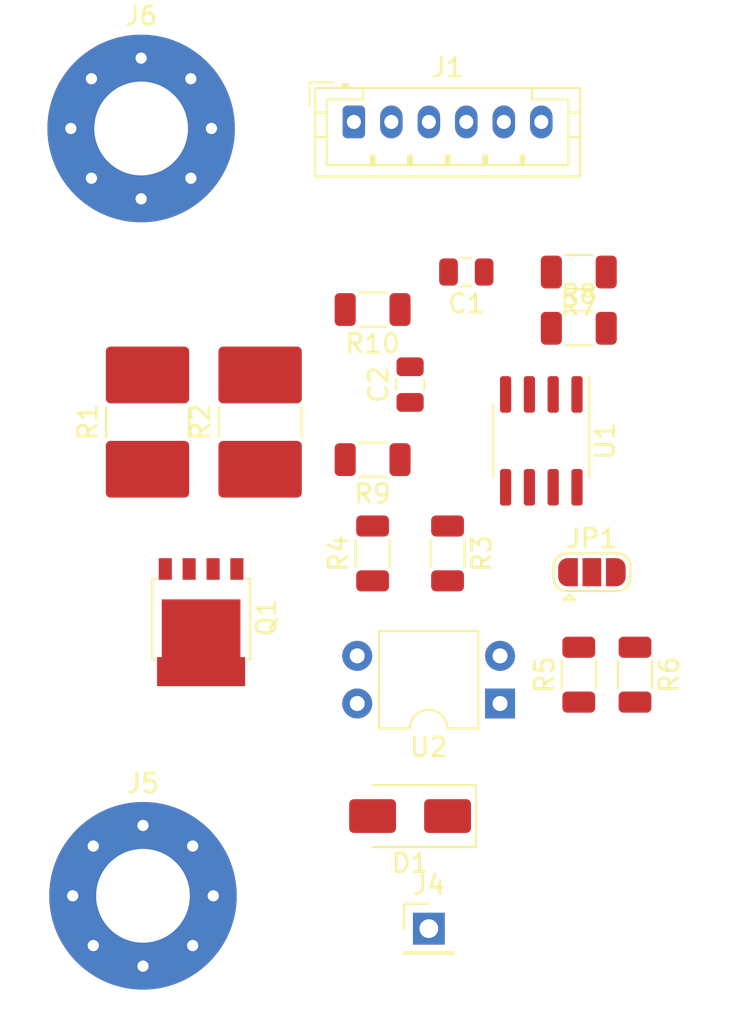
<source format=kicad_pcb>
(kicad_pcb (version 20221018) (generator pcbnew)
  (layers (0 "F.Cu" signal) (31 "B.Cu" signal) (34 "B.Paste" user) (35 "F.Paste" user) (36 "B.SilkS" user "B.Silkscreen") (37 "F.SilkS" user "F.Silkscreen") (38 "B.Mask" user) (39 "F.Mask" user) (44 "Edge.Cuts" user))
  (net 0 "")
  (net 1 "+3V3")
  (net 2 "GND")
  (net 3 "Net-(U1-IN+)")
  (net 4 "Net-(U1-IN-)")
  (net 5 "Net-(Q1-S-Pad1)")
  (net 6 "+BATT")
  (net 7 "/SCL")
  (net 8 "/SDA")
  (net 9 "/CTRL_IN")
  (net 10 "Net-(JP1-A)")
  (net 11 "Net-(JP1-B)")
  (net 12 "Net-(Q1-G)")
  (net 13 "-BATT")
  (net 14 "Net-(R3-Pad2)")
  (net 15 "/LOAD -")
  (footprint "Resistor_SMD:R_1206_3216Metric" (layer "F.Cu") (at 154 74 180)
    (fp_text reference "R7" (at 0 -1.82) (layer "F.SilkS"))
    (fp_text value "10K")
    (fp_line (start -0.727064 -0.91) (end 0.727064 -0.91) (stroke (width 0.12)) (layer "F.SilkS"))
    (fp_line (start -0.727064 0.91) (end 0.727064 0.91) (stroke (width 0.12)) (layer "F.SilkS"))
    (pad "1" smd roundrect (at -1.4625 0 180) (size 1.125 1.75) (layers "F.Cu" "F.Paste" "F.Mask") (roundrect_rratio 0.222222) (net 1 "+3V3"))
    (pad "2" smd roundrect (at 1.4625 0 180) (size 1.125 1.75) (layers "F.Cu" "F.Paste" "F.Mask") (roundrect_rratio 0.222222) (net 8 "/SDA"))
  )
  (footprint "Resistor_SMD:R_2816_7142Metric" (layer "F.Cu") (at 130.99 82 90)
    (fp_text reference "R1" (at 0 -3.18 90) (layer "F.SilkS"))
    (fp_text value "R004")
    (fp_line (start -0.797369 -2.21) (end 0.797369 -2.21) (stroke (width 0.12)) (layer "F.SilkS"))
    (fp_line (start -0.797369 2.21) (end 0.797369 2.21) (stroke (width 0.12)) (layer "F.SilkS"))
    (pad "1" smd roundrect (at -2.5125 0 90) (size 3.025 4.45) (layers "F.Cu" "F.Paste" "F.Mask") (roundrect_rratio 0.082645) (net 5 "Net-(Q1-S-Pad1)"))
    (pad "2" smd roundrect (at 2.5125 0 90) (size 3.025 4.45) (layers "F.Cu" "F.Paste" "F.Mask") (roundrect_rratio 0.082645) (net 13 "-BATT"))
  )
  (footprint "Resistor_SMD:R_2816_7142Metric" (layer "F.Cu") (at 137 82 90)
    (fp_text reference "R2" (at 0 -3.18 90) (layer "F.SilkS"))
    (fp_text value "R004")
    (fp_line (start -0.797369 -2.21) (end 0.797369 -2.21) (stroke (width 0.12)) (layer "F.SilkS"))
    (fp_line (start -0.797369 2.21) (end 0.797369 2.21) (stroke (width 0.12)) (layer "F.SilkS"))
    (pad "1" smd roundrect (at -2.5125 0 90) (size 3.025 4.45) (layers "F.Cu" "F.Paste" "F.Mask") (roundrect_rratio 0.082645) (net 5 "Net-(Q1-S-Pad1)"))
    (pad "2" smd roundrect (at 2.5125 0 90) (size 3.025 4.45) (layers "F.Cu" "F.Paste" "F.Mask") (roundrect_rratio 0.082645) (net 13 "-BATT"))
  )
  (footprint "Package_TO_SOT_SMD:LFPAK56" (layer "F.Cu") (at 133.85 92.5 -90)
    (fp_text reference "Q1" (at -0.08 -3.48 90) (layer "F.SilkS"))
    (fp_text value "PSMN0R9-30YLD")
    (fp_line (start -2.15 -2.6) (end -2.15 -2.4) (stroke (width 0.12)) (layer "F.SilkS"))
    (fp_line (start -2.15 2.4) (end -2.15 2.6) (stroke (width 0.12)) (layer "F.SilkS"))
    (fp_line (start -2.15 2.6) (end 2.15 2.6) (stroke (width 0.12)) (layer "F.SilkS"))
    (fp_line (start 2.15 -2.6) (end -2.15 -2.6) (stroke (width 0.12)) (layer "F.SilkS"))
    (fp_line (start 2.15 -2.45) (end 2.15 -2.6) (stroke (width 0.12)) (layer "F.SilkS"))
    (fp_line (start 2.15 2.6) (end 2.15 2.45) (stroke (width 0.12)) (layer "F.SilkS"))
    (pad "1" smd rect (at -2.67 -1.91 180) (size 0.7 1.15) (layers "F.Cu" "F.Paste" "F.Mask") (net 5 "Net-(Q1-S-Pad1)"))
    (pad "2" smd rect (at -2.67 -0.64 180) (size 0.7 1.15) (layers "F.Cu" "F.Paste" "F.Mask") (net 5 "Net-(Q1-S-Pad1)"))
    (pad "3" smd rect (at -2.67 0.64 180) (size 0.7 1.15) (layers "F.Cu" "F.Paste" "F.Mask") (net 5 "Net-(Q1-S-Pad1)"))
    (pad "4" smd rect (at -2.67 1.91 180) (size 0.7 1.15) (layers "F.Cu" "F.Paste" "F.Mask") (net 12 "Net-(Q1-G)"))
    (pad "5" smd custom (at 0.6 0 270) (size 3.3 4.2) (layers "F.Cu" "F.Mask") (net 15 "/LOAD -") (options (clearance outline) (anchor rect)) (primitives (gr_poly (pts (xy 2.975 2.35) (xy 1.425 2.35) (xy 1.425 -2.35) (xy 2.975 -2.35)) (width 0) (fill yes))))
  )
  (footprint "Resistor_SMD:R_1206_3216Metric" (layer "F.Cu") (at 157 95.4625 -90)
    (fp_text reference "R6" (at 0 -1.82 90) (layer "F.SilkS"))
    (fp_text value "10K")
    (fp_line (start -0.727064 -0.91) (end 0.727064 -0.91) (stroke (width 0.12)) (layer "F.SilkS"))
    (fp_line (start -0.727064 0.91) (end 0.727064 0.91) (stroke (width 0.12)) (layer "F.SilkS"))
    (pad "1" smd roundrect (at -1.4625 0 270) (size 1.125 1.75) (layers "F.Cu" "F.Paste" "F.Mask") (roundrect_rratio 0.222222) (net 11 "Net-(JP1-B)"))
    (pad "2" smd roundrect (at 1.4625 0 270) (size 1.125 1.75) (layers "F.Cu" "F.Paste" "F.Mask") (roundrect_rratio 0.222222) (net 2 "GND"))
  )
  (footprint "Connector_PinHeader_2.54mm:PinHeader_1x01_P2.54mm_Vertical" (layer "F.Cu") (at 146 109)
    (fp_text reference "J4" (at 0 -2.33) (layer "F.SilkS"))
    (fp_text value "Conn_01x01_Socket")
    (fp_line (start -1.33 -1.33) (end 0 -1.33) (stroke (width 0.12)) (layer "F.SilkS"))
    (fp_line (start -1.33 0) (end -1.33 -1.33) (stroke (width 0.12)) (layer "F.SilkS"))
    (fp_line (start -1.33 1.27) (end -1.33 1.33) (stroke (width 0.12)) (layer "F.SilkS"))
    (fp_line (start -1.33 1.27) (end 1.33 1.27) (stroke (width 0.12)) (layer "F.SilkS"))
    (fp_line (start -1.33 1.33) (end 1.33 1.33) (stroke (width 0.12)) (layer "F.SilkS"))
    (fp_line (start 1.33 1.27) (end 1.33 1.33) (stroke (width 0.12)) (layer "F.SilkS"))
    (pad "1" thru_hole rect (at 0 0) (size 1.7 1.7) (drill 1) (layers "*.Cu" "*.Mask") (net 6 "+BATT"))
  )
  (footprint "Resistor_SMD:R_1206_3216Metric" (layer "F.Cu") (at 143 76 180)
    (fp_text reference "R10" (at 0 -1.82) (layer "F.SilkS"))
    (fp_text value "10")
    (fp_line (start -0.727064 -0.91) (end 0.727064 -0.91) (stroke (width 0.12)) (layer "F.SilkS"))
    (fp_line (start -0.727064 0.91) (end 0.727064 0.91) (stroke (width 0.12)) (layer "F.SilkS"))
    (pad "1" smd roundrect (at -1.4625 0 180) (size 1.125 1.75) (layers "F.Cu" "F.Paste" "F.Mask") (roundrect_rratio 0.222222) (net 4 "Net-(U1-IN-)"))
    (pad "2" smd roundrect (at 1.4625 0 180) (size 1.125 1.75) (layers "F.Cu" "F.Paste" "F.Mask") (roundrect_rratio 0.222222) (net 13 "-BATT"))
  )
  (footprint "Capacitor_SMD:C_0805_2012Metric" (layer "F.Cu") (at 148 74 180)
    (fp_text reference "C1" (at 0 -1.68) (layer "F.SilkS"))
    (fp_text value "0.1uF")
    (fp_line (start -0.261252 -0.735) (end 0.261252 -0.735) (stroke (width 0.12)) (layer "F.SilkS"))
    (fp_line (start -0.261252 0.735) (end 0.261252 0.735) (stroke (width 0.12)) (layer "F.SilkS"))
    (pad "1" smd roundrect (at -0.95 0 180) (size 1 1.45) (layers "F.Cu" "F.Paste" "F.Mask") (net 1 "+3V3"))
    (pad "2" smd roundrect (at 0.95 0 180) (size 1 1.45) (layers "F.Cu" "F.Paste" "F.Mask") (net 2 "GND"))
  )
  (footprint "Resistor_SMD:R_1206_3216Metric" (layer "F.Cu") (at 143 89 90)
    (fp_text reference "R4" (at 0 -1.82 90) (layer "F.SilkS"))
    (fp_text value "560K")
    (fp_line (start -0.727064 -0.91) (end 0.727064 -0.91) (stroke (width 0.12)) (layer "F.SilkS"))
    (fp_line (start -0.727064 0.91) (end 0.727064 0.91) (stroke (width 0.12)) (layer "F.SilkS"))
    (pad "1" smd roundrect (at -1.4625 0 90) (size 1.125 1.75) (layers "F.Cu" "F.Paste" "F.Mask") (roundrect_rratio 0.222222) (net 12 "Net-(Q1-G)"))
    (pad "2" smd roundrect (at 1.4625 0 90) (size 1.125 1.75) (layers "F.Cu" "F.Paste" "F.Mask") (roundrect_rratio 0.222222) (net 5 "Net-(Q1-S-Pad1)"))
  )
  (footprint "Package_DIP:DIP-4_W7.62mm" (layer "F.Cu") (at 149.8 97 180)
    (fp_text reference "U2" (at 3.81 -2.33) (layer "F.SilkS"))
    (fp_text value "LTV-817")
    (fp_line (start 1.16 -1.33) (end 1.16 3.87) (stroke (width 0.12)) (layer "F.SilkS"))
    (fp_line (start 1.16 3.87) (end 6.46 3.87) (stroke (width 0.12)) (layer "F.SilkS"))
    (fp_line (start 2.81 -1.33) (end 1.16 -1.33) (stroke (width 0.12)) (layer "F.SilkS"))
    (fp_line (start 6.46 -1.33) (end 4.81 -1.33) (stroke (width 0.12)) (layer "F.SilkS"))
    (fp_line (start 6.46 3.87) (end 6.46 -1.33) (stroke (width 0.12)) (layer "F.SilkS"))
    (fp_arc (start 4.81 -1.33) (mid 3.81 -0.33) (end 2.81 -1.33) (stroke (width 0.12)) (layer "F.SilkS"))
    (pad "1" thru_hole rect (at 0 0 180) (size 1.6 1.6) (drill 0.8) (layers "*.Cu" "*.Mask") (net 9 "/CTRL_IN"))
    (pad "2" thru_hole oval (at 0 2.54 180) (size 1.6 1.6) (drill 0.8) (layers "*.Cu" "*.Mask") (net 14 "Net-(R3-Pad2)"))
    (pad "3" thru_hole oval (at 7.62 2.54 180) (size 1.6 1.6) (drill 0.8) (layers "*.Cu" "*.Mask") (net 12 "Net-(Q1-G)"))
    (pad "4" thru_hole oval (at 7.62 0 180) (size 1.6 1.6) (drill 0.8) (layers "*.Cu" "*.Mask") (net 6 "+BATT"))
  )
  (footprint "Capacitor_SMD:C_0805_2012Metric" (layer "F.Cu") (at 145 80 90)
    (fp_text reference "C2" (at 0 -1.68 90) (layer "F.SilkS"))
    (fp_text value "0.1uF")
    (fp_line (start -0.261252 -0.735) (end 0.261252 -0.735) (stroke (width 0.12)) (layer "F.SilkS"))
    (fp_line (start -0.261252 0.735) (end 0.261252 0.735) (stroke (width 0.12)) (layer "F.SilkS"))
    (pad "1" smd roundrect (at -0.95 0 90) (size 1 1.45) (layers "F.Cu" "F.Paste" "F.Mask") (net 3 "Net-(U1-IN+)"))
    (pad "2" smd roundrect (at 0.95 0 90) (size 1 1.45) (layers "F.Cu" "F.Paste" "F.Mask") (net 4 "Net-(U1-IN-)"))
  )
  (footprint "Connector_JST:JST_PH_B6B-PH-K_1x06_P2.00mm_Vertical" (layer "F.Cu") (at 142 66)
    (fp_text reference "J1" (at 5 -2.9) (layer "F.SilkS"))
    (fp_text value "Conn_01x05")
    (fp_line (start -2.36 -2.11) (end -2.36 -0.86) (stroke (width 0.12)) (layer "F.SilkS"))
    (fp_line (start -2.06 -1.81) (end -2.06 2.91) (stroke (width 0.12)) (layer "F.SilkS"))
    (fp_line (start -2.06 -0.5) (end -1.45 -0.5) (stroke (width 0.12)) (layer "F.SilkS"))
    (fp_line (start -2.06 0.8) (end -1.45 0.8) (stroke (width 0.12)) (layer "F.SilkS"))
    (fp_line (start -2.06 2.91) (end 12.06 2.91) (stroke (width 0.12)) (layer "F.SilkS"))
    (fp_line (start -1.45 -1.2) (end -1.45 2.3) (stroke (width 0.12)) (layer "F.SilkS"))
    (fp_line (start -1.45 2.3) (end 11.45 2.3) (stroke (width 0.12)) (layer "F.SilkS"))
    (fp_line (start -1.11 -2.11) (end -2.36 -2.11) (stroke (width 0.12)) (layer "F.SilkS"))
    (fp_line (start -0.6 -2.01) (end -0.6 -1.81) (stroke (width 0.12)) (layer "F.SilkS"))
    (fp_line (start -0.3 -2.01) (end -0.6 -2.01) (stroke (width 0.12)) (layer "F.SilkS"))
    (fp_line (start -0.3 -1.91) (end -0.6 -1.91) (stroke (width 0.12)) (layer "F.SilkS"))
    (fp_line (start -0.3 -1.81) (end -0.3 -2.01) (stroke (width 0.12)) (layer "F.SilkS"))
    (fp_line (start 0.5 -1.81) (end 0.5 -1.2) (stroke (width 0.12)) (layer "F.SilkS"))
    (fp_line (start 0.5 -1.2) (end -1.45 -1.2) (stroke (width 0.12)) (layer "F.SilkS"))
    (fp_line (start 0.9 1.8) (end 1.1 1.8) (stroke (width 0.12)) (layer "F.SilkS"))
    (fp_line (start 0.9 2.3) (end 0.9 1.8) (stroke (width 0.12)) (layer "F.SilkS"))
    (fp_line (start 1 2.3) (end 1 1.8) (stroke (width 0.12)) (layer "F.SilkS"))
    (fp_line (start 1.1 1.8) (end 1.1 2.3) (stroke (width 0.12)) (layer "F.SilkS"))
    (fp_line (start 2.9 1.8) (end 3.1 1.8) (stroke (width 0.12)) (layer "F.SilkS"))
    (fp_line (start 2.9 2.3) (end 2.9 1.8) (stroke (width 0.12)) (layer "F.SilkS"))
    (fp_line (start 3 2.3) (end 3 1.8) (stroke (width 0.12)) (layer "F.SilkS"))
    (fp_line (start 3.1 1.8) (end 3.1 2.3) (stroke (width 0.12)) (layer "F.SilkS"))
    (fp_line (start 4.9 1.8) (end 5.1 1.8) (stroke (width 0.12)) (layer "F.SilkS"))
    (fp_line (start 4.9 2.3) (end 4.9 1.8) (stroke (width 0.12)) (layer "F.SilkS"))
    (fp_line (start 5 2.3) (end 5 1.8) (stroke (width 0.12)) (layer "F.SilkS"))
    (fp_line (start 5.1 1.8) (end 5.1 2.3) (stroke (width 0.12)) (layer "F.SilkS"))
    (fp_line (start 6.9 1.8) (end 7.1 1.8) (stroke (width 0.12)) (layer "F.SilkS"))
    (fp_line (start 6.9 2.3) (end 6.9 1.8) (stroke (width 0.12)) (layer "F.SilkS"))
    (fp_line (start 7 2.3) (end 7 1.8) (stroke (width 0.12)) (layer "F.SilkS"))
    (fp_line (start 7.1 1.8) (end 7.1 2.3) (stroke (width 0.12)) (layer "F.SilkS"))
    (fp_line (start 8.9 1.8) (end 9.1 1.8) (stroke (width 0.12)) (layer "F.SilkS"))
    (fp_line (start 8.9 2.3) (end 8.9 1.8) (stroke (width 0.12)) (layer "F.SilkS"))
    (fp_line (start 9 2.3) (end 9 1.8) (stroke (width 0.12)) (layer "F.SilkS"))
    (fp_line (start 9.1 1.8) (end 9.1 2.3) (stroke (width 0.12)) (layer "F.SilkS"))
    (fp_line (start 9.5 -1.2) (end 9.5 -1.81) (stroke (width 0.12)) (layer "F.SilkS"))
    (fp_line (start 11.45 -1.2) (end 9.5 -1.2) (stroke (width 0.12)) (layer "F.SilkS"))
    (fp_line (start 11.45 2.3) (end 11.45 -1.2) (stroke (width 0.12)) (layer "F.SilkS"))
    (fp_line (start 12.06 -1.81) (end -2.06 -1.81) (stroke (width 0.12)) (layer "F.SilkS"))
    (fp_line (start 12.06 -0.5) (end 11.45 -0.5) (stroke (width 0.12)) (layer "F.SilkS"))
    (fp_line (start 12.06 0.8) (end 11.45 0.8) (stroke (width 0.12)) (layer "F.SilkS"))
    (fp_line (start 12.06 2.91) (end 12.06 -1.81) (stroke (width 0.12)) (layer "F.SilkS"))
    (pad "1" thru_hole roundrect (at 0 0) (size 1.2 1.75) (drill 0.75) (layers "*.Cu" "*.Mask") (roundrect_rratio 0.208333) (net 2 "GND"))
    (pad "2" thru_hole oval (at 2 0) (size 1.2 1.75) (drill 0.75) (layers "*.Cu" "*.Mask") (net 2 "GND"))
    (pad "3" thru_hole oval (at 4 0) (size 1.2 1.75) (drill 0.75) (layers "*.Cu" "*.Mask") (net 7 "/SCL"))
    (pad "4" thru_hole oval (at 6 0) (size 1.2 1.75) (drill 0.75) (layers "*.Cu" "*.Mask") (net 8 "/SDA"))
    (pad "5" thru_hole oval (at 8 0) (size 1.2 1.75) (drill 0.75) (layers "*.Cu" "*.Mask") (net 9 "/CTRL_IN"))
    (pad "6" thru_hole oval (at 10 0) (size 1.2 1.75) (drill 0.75) (layers "*.Cu" "*.Mask") (net 1 "+3V3"))
  )
  (footprint "Jumper:SolderJumper-3_P1.3mm_Open_RoundedPad1.0x1.5mm" (layer "F.Cu") (at 154.7 90)
    (fp_text reference "JP1" (at 0 -1.8) (layer "F.SilkS"))
    (fp_text value "SolderJumper_2_Open")
    (fp_line (start -2.05 0.3) (end -2.05 -0.3) (stroke (width 0.12)) (layer "F.SilkS"))
    (fp_line (start -1.5 1.5) (end -0.9 1.5) (stroke (width 0.12)) (layer "F.SilkS"))
    (fp_line (start -1.4 -1) (end 1.4 -1) (stroke (width 0.12)) (layer "F.SilkS"))
    (fp_line (start -1.2 1.2) (end -1.5 1.5) (stroke (width 0.12)) (layer "F.SilkS"))
    (fp_line (start -1.2 1.2) (end -0.9 1.5) (stroke (width 0.12)) (layer "F.SilkS"))
    (fp_line (start 1.4 1) (end -1.4 1) (stroke (width 0.12)) (layer "F.SilkS"))
    (fp_line (start 2.05 -0.3) (end 2.05 0.3) (stroke (width 0.12)) (layer "F.SilkS"))
    (fp_arc (start -2.05 -0.3) (mid -1.844975 -0.794975) (end -1.35 -1) (stroke (width 0.12)) (layer "F.SilkS"))
    (fp_arc (start -1.35 1) (mid -1.844975 0.794975) (end -2.05 0.3) (stroke (width 0.12)) (layer "F.SilkS"))
    (fp_arc (start 1.35 -1) (mid 1.844975 -0.794975) (end 2.05 -0.3) (stroke (width 0.12)) (layer "F.SilkS"))
    (fp_arc (start 2.05 0.3) (mid 1.844975 0.794975) (end 1.35 1) (stroke (width 0.12)) (layer "F.SilkS"))
    (pad "1" smd custom (at -1.3 0) (size 1 0.5) (layers "F.Cu" "F.Mask") (net 10 "Net-(JP1-A)") (options (clearance outline) (anchor rect)) (primitives (gr_circle (center 0 0.25) (end 0.5 0.25) (width 0) (fill yes)) (gr_circle (center 0 -0.25) (end 0.5 -0.25) (width 0) (fill yes)) (gr_poly (pts (xy 0.55 0.75) (xy 0 0.75) (xy 0 -0.75) (xy 0.55 -0.75)) (width 0) (fill yes))))
    (pad "2" smd rect (at 0 0) (size 1 1.5) (layers "F.Cu" "F.Mask") (net 1 "+3V3"))
    (pad "3" smd custom (at 1.3 0) (size 1 0.5) (layers "F.Cu" "F.Mask") (net 11 "Net-(JP1-B)") (options (clearance outline) (anchor rect)) (primitives (gr_circle (center 0 0.25) (end 0.5 0.25) (width 0) (fill yes)) (gr_circle (center 0 -0.25) (end 0.5 -0.25) (width 0) (fill yes)) (gr_poly (pts (xy 0 0.75) (xy -0.55 0.75) (xy -0.55 -0.75) (xy 0 -0.75)) (width 0) (fill yes))))
  )
  (footprint "Resistor_SMD:R_1206_3216Metric" (layer "F.Cu") (at 154 77)
    (fp_text reference "R8" (at 0 -1.82) (layer "F.SilkS"))
    (fp_text value "10K")
    (fp_line (start -0.727064 -0.91) (end 0.727064 -0.91) (stroke (width 0.12)) (layer "F.SilkS"))
    (fp_line (start -0.727064 0.91) (end 0.727064 0.91) (stroke (width 0.12)) (layer "F.SilkS"))
    (pad "1" smd roundrect (at -1.4625 0) (size 1.125 1.75) (layers "F.Cu" "F.Paste" "F.Mask") (roundrect_rratio 0.222222) (net 7 "/SCL"))
    (pad "2" smd roundrect (at 1.4625 0) (size 1.125 1.75) (layers "F.Cu" "F.Paste" "F.Mask") (roundrect_rratio 0.222222) (net 1 "+3V3"))
  )
  (footprint "Package_SO:SOIC-8_3.9x4.9mm_P1.27mm" (layer "F.Cu") (at 152 83 -90)
    (fp_text reference "U1" (at 0 -3.4 90) (layer "F.SilkS"))
    (fp_text value "INA219AxD")
    (fp_line (start 0 -2.56) (end -3.45 -2.56) (stroke (width 0.12)) (layer "F.SilkS"))
    (fp_line (start 0 -2.56) (end 1.95 -2.56) (stroke (width 0.12)) (layer "F.SilkS"))
    (fp_line (start 0 2.56) (end -1.95 2.56) (stroke (width 0.12)) (layer "F.SilkS"))
    (fp_line (start 0 2.56) (end 1.95 2.56) (stroke (width 0.12)) (layer "F.SilkS"))
    (pad "1" smd roundrect (at -2.475 -1.905 270) (size 1.95 0.6) (layers "F.Cu" "F.Paste" "F.Mask") (net 10 "Net-(JP1-A)"))
    (pad "2" smd roundrect (at -2.475 -0.635 270) (size 1.95 0.6) (layers "F.Cu" "F.Paste" "F.Mask") (net 11 "Net-(JP1-B)"))
    (pad "3" smd roundrect (at -2.475 0.635 270) (size 1.95 0.6) (layers "F.Cu" "F.Paste" "F.Mask") (net 8 "/SDA"))
    (pad "4" smd roundrect (at -2.475 1.905 270) (size 1.95 0.6) (layers "F.Cu" "F.Paste" "F.Mask") (net 7 "/SCL"))
    (pad "5" smd roundrect (at 2.475 1.905 270) (size 1.95 0.6) (layers "F.Cu" "F.Paste" "F.Mask") (net 1 "+3V3"))
    (pad "6" smd roundrect (at 2.475 0.635 270) (size 1.95 0.6) (layers "F.Cu" "F.Paste" "F.Mask") (net 2 "GND"))
    (pad "7" smd roundrect (at 2.475 -0.635 270) (size 1.95 0.6) (layers "F.Cu" "F.Paste" "F.Mask") (net 4 "Net-(U1-IN-)"))
    (pad "8" smd roundrect (at 2.475 -1.905 270) (size 1.95 0.6) (layers "F.Cu" "F.Paste" "F.Mask") (net 3 "Net-(U1-IN+)"))
  )
  (footprint "Diode_SMD:D_SMA" (layer "F.Cu") (at 145 103 180)
    (fp_text reference "D1" (at 0 -2.5) (layer "F.SilkS"))
    (fp_text value "SM4001")
    (fp_line (start -3.51 -1.65) (end -3.51 1.65) (stroke (width 0.12)) (layer "F.SilkS"))
    (fp_line (start -3.51 -1.65) (end 2 -1.65) (stroke (width 0.12)) (layer "F.SilkS"))
    (fp_line (start -3.51 1.65) (end 2 1.65) (stroke (width 0.12)) (layer "F.SilkS"))
    (pad "1" smd roundrect (at -2 0 180) (size 2.5 1.8) (layers "F.Cu" "F.Paste" "F.Mask") (roundrect_rratio 0.1388888889) (net 6 "+BATT"))
    (pad "2" smd roundrect (at 2 0 180) (size 2.5 1.8) (layers "F.Cu" "F.Paste" "F.Mask") (roundrect_rratio 0.1388888889) (net 15 "/LOAD -"))
  )
  (footprint "MountingHole:MountingHole_5mm_Pad_Via" (layer "F.Cu") (at 130.75 107.25)
    (fp_text reference "J5" (at 0 -6) (layer "F.SilkS"))
    (fp_text value "Conn_01x01_Socket")
    (pad "1" thru_hole circle (at -3.75 0) (size 0.9 0.9) (drill 0.6) (layers "*.Cu" "*.Mask") (net 15 "/LOAD -"))
    (pad "1" thru_hole circle (at -2.65165 -2.65165) (size 0.9 0.9) (drill 0.6) (layers "*.Cu" "*.Mask") (net 15 "/LOAD -"))
    (pad "1" thru_hole circle (at -2.65165 2.65165) (size 0.9 0.9) (drill 0.6) (layers "*.Cu" "*.Mask") (net 15 "/LOAD -"))
    (pad "1" thru_hole circle (at 0 -3.75) (size 0.9 0.9) (drill 0.6) (layers "*.Cu" "*.Mask") (net 15 "/LOAD -"))
    (pad "1" thru_hole circle (at 0 0) (size 10 10) (drill 5) (layers "*.Cu" "*.Mask") (net 15 "/LOAD -"))
    (pad "1" thru_hole circle (at 0 3.75) (size 0.9 0.9) (drill 0.6) (layers "*.Cu" "*.Mask") (net 15 "/LOAD -"))
    (pad "1" thru_hole circle (at 2.65165 -2.65165) (size 0.9 0.9) (drill 0.6) (layers "*.Cu" "*.Mask") (net 15 "/LOAD -"))
    (pad "1" thru_hole circle (at 2.65165 2.65165) (size 0.9 0.9) (drill 0.6) (layers "*.Cu" "*.Mask") (net 15 "/LOAD -"))
    (pad "1" thru_hole circle (at 3.75 0) (size 0.9 0.9) (drill 0.6) (layers "*.Cu" "*.Mask") (net 15 "/LOAD -"))
  )
  (footprint "Resistor_SMD:R_1206_3216Metric" (layer "F.Cu") (at 143 84 180)
    (fp_text reference "R9" (at 0 -1.82) (layer "F.SilkS"))
    (fp_text value "10")
    (fp_line (start -0.727064 -0.91) (end 0.727064 -0.91) (stroke (width 0.12)) (layer "F.SilkS"))
    (fp_line (start -0.727064 0.91) (end 0.727064 0.91) (stroke (width 0.12)) (layer "F.SilkS"))
    (pad "1" smd roundrect (at -1.4625 0 180) (size 1.125 1.75) (layers "F.Cu" "F.Paste" "F.Mask") (roundrect_rratio 0.222222) (net 3 "Net-(U1-IN+)"))
    (pad "2" smd roundrect (at 1.4625 0 180) (size 1.125 1.75) (layers "F.Cu" "F.Paste" "F.Mask") (roundrect_rratio 0.222222) (net 5 "Net-(Q1-S-Pad1)"))
  )
  (footprint "Resistor_SMD:R_1206_3216Metric" (layer "F.Cu") (at 154 95.4625 90)
    (fp_text reference "R5" (at 0 -1.82 90) (layer "F.SilkS"))
    (fp_text value "10K")
    (fp_line (start -0.727064 -0.91) (end 0.727064 -0.91) (stroke (width 0.12)) (layer "F.SilkS"))
    (fp_line (start -0.727064 0.91) (end 0.727064 0.91) (stroke (width 0.12)) (layer "F.SilkS"))
    (pad "1" smd roundrect (at -1.4625 0 90) (size 1.125 1.75) (layers "F.Cu" "F.Paste" "F.Mask") (roundrect_rratio 0.222222) (net 2 "GND"))
    (pad "2" smd roundrect (at 1.4625 0 90) (size 1.125 1.75) (layers "F.Cu" "F.Paste" "F.Mask") (roundrect_rratio 0.222222) (net 10 "Net-(JP1-A)"))
  )
  (footprint "Resistor_SMD:R_1206_3216Metric" (layer "F.Cu") (at 147 89 -90)
    (fp_text reference "R3" (at 0 -1.82 90) (layer "F.SilkS"))
    (fp_text value "330")
    (fp_line (start -0.727064 -0.91) (end 0.727064 -0.91) (stroke (width 0.12)) (layer "F.SilkS"))
    (fp_line (start -0.727064 0.91) (end 0.727064 0.91) (stroke (width 0.12)) (layer "F.SilkS"))
    (pad "1" smd roundrect (at -1.4625 0 270) (size 1.125 1.75) (layers "F.Cu" "F.Paste" "F.Mask") (roundrect_rratio 0.222222) (net 2 "GND"))
    (pad "2" smd roundrect (at 1.4625 0 270) (size 1.125 1.75) (layers "F.Cu" "F.Paste" "F.Mask") (roundrect_rratio 0.222222) (net 14 "Net-(R3-Pad2)"))
  )
  (footprint "MountingHole:MountingHole_5mm_Pad_Via" (layer "F.Cu") (at 130.65165 66.34835)
    (fp_text reference "J6" (at 0 -6) (layer "F.SilkS"))
    (fp_text value "Conn_01x01_Socket")
    (pad "1" thru_hole circle (at -3.75 0) (size 0.9 0.9) (drill 0.6) (layers "*.Cu" "*.Mask") (net 13 "-BATT"))
    (pad "1" thru_hole circle (at -2.65165 -2.65165) (size 0.9 0.9) (drill 0.6) (layers "*.Cu" "*.Mask") (net 13 "-BATT"))
    (pad "1" thru_hole circle (at -2.65165 2.65165) (size 0.9 0.9) (drill 0.6) (layers "*.Cu" "*.Mask") (net 13 "-BATT"))
    (pad "1" thru_hole circle (at 0 -3.75) (size 0.9 0.9) (drill 0.6) (layers "*.Cu" "*.Mask") (net 13 "-BATT"))
    (pad "1" thru_hole circle (at 0 0) (size 10 10) (drill 5) (layers "*.Cu" "*.Mask") (net 13 "-BATT"))
    (pad "1" thru_hole circle (at 0 3.75) (size 0.9 0.9) (drill 0.6) (layers "*.Cu" "*.Mask") (net 13 "-BATT"))
    (pad "1" thru_hole circle (at 2.65165 -2.65165) (size 0.9 0.9) (drill 0.6) (layers "*.Cu" "*.Mask") (net 13 "-BATT"))
    (pad "1" thru_hole circle (at 2.65165 2.65165) (size 0.9 0.9) (drill 0.6) (layers "*.Cu" "*.Mask") (net 13 "-BATT"))
    (pad "1" thru_hole circle (at 3.75 0) (size 0.9 0.9) (drill 0.6) (layers "*.Cu" "*.Mask") (net 13 "-BATT"))
  )
)
</source>
